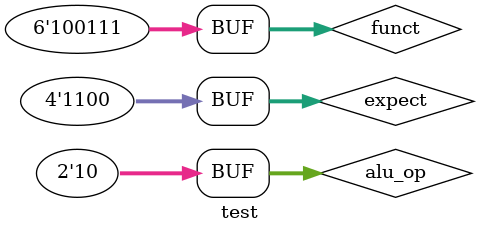
<source format=v>
`include "../ALU/alu_control.v"

module test;

  reg [5:0] funct;
  reg [1:0] alu_op;
  wire [3:0] aluctrl;
  reg [3:0] expect; 
  alu_control a0 (
    .funct(funct),
    .alu_op(alu_op), 
    .aluctrl(aluctrl));
  
  initial begin
    $monitor ($time, ": funct=%b\top=%b\taluctrl=%b\texpect=%b", funct, alu_op, aluctrl, expect);  
    #5 funct  = 6'b100000; alu_op = 2'b00; expect = 4'b0010;
    #5 alu_op = 2'b01;     expect = 4'b0110;
    #5 alu_op = 2'b10;     expect = 4'b0010; //add
    #5 funct  = 6'b100010; expect = 4'b0110; //sub  
    #5 funct  = 6'b100100; expect = 4'b0000; //and
    #5 funct  = 6'b100101; expect = 4'b0001; //or
    #5 funct  = 6'b101010; expect = 4'b0111; //slt
    #5 funct  = 6'b100111; expect = 4'b1100; //nor

  end

endmodule

</source>
